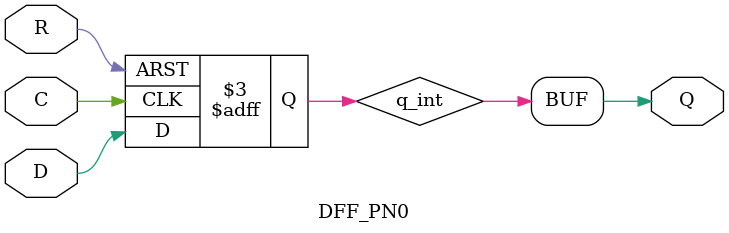
<source format=v>


module AND (input A, input B, output Y);
 assign Y = A & B;
endmodule

module NAND (input A, input B, output Y);
 assign Y = ~(A & B);
endmodule

module OR (input A, input B, output Y);
 assign Y = A | B;
endmodule

module NOR (input A, input B, output Y);
 assign Y = ~(A | B);
endmodule

module NOT (input A, output Y);
 assign Y = ~A;
endmodule

module XOR (input A, input B, output Y);
 assign Y = A ^ B;
endmodule

module XNOR (input A, input B, output Y);
 assign Y = ~(A ^ B);
endmodule

module ANDNOT (input A, input B, output Y);
 assign Y = A & ~B;
endmodule

module ORNOT (input A, input B, output Y);
 assign Y = A | ~B;
endmodule

module MUX (input A, input B, input S, output Y);
 assign Y = (S == 0) ? A : B;
endmodule

module DFF_PN0 (
   input C,   // Clock input
   input D,   // Data input
   output Q,   // Output
   input R  // Active-low reset input
);
 reg q_int; // Internal register to hold the state

 always @(posedge C or negedge R) begin
   if (!R) begin         // Active-low reset
     q_int <= 1'b0;       // Reset Q to 0
   end else begin
     q_int <= D;          // Store D on positive clock edge
   end
 end

 assign Q = q_int;        // Continuous assignment to output
endmodule

</source>
